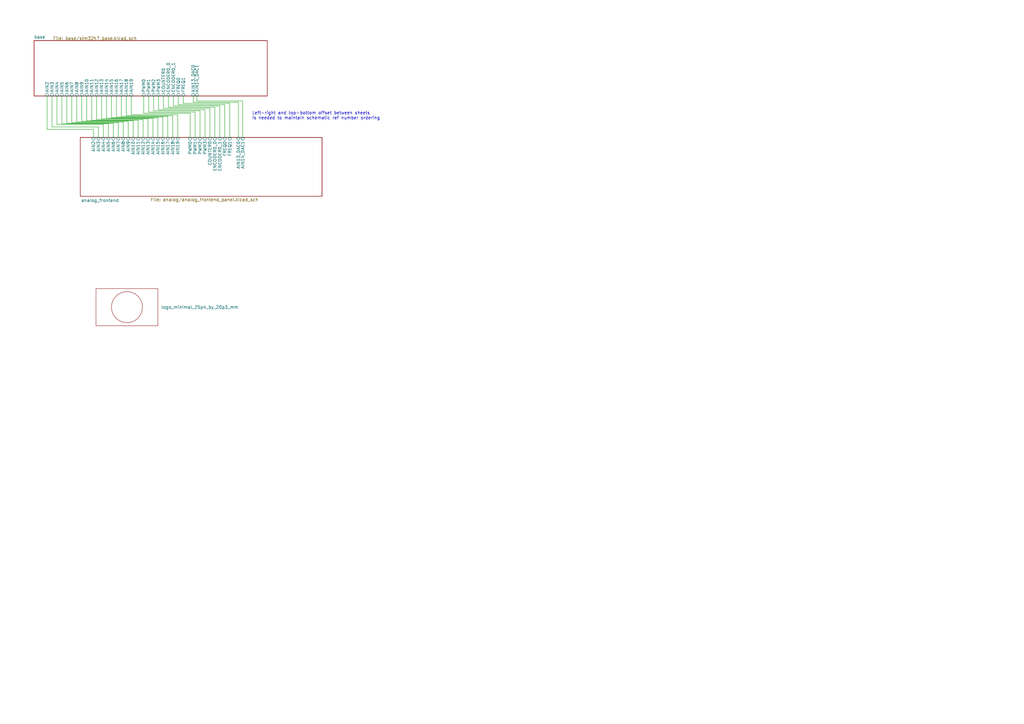
<source format=kicad_sch>
(kicad_sch (version 20231120) (generator "eeschema") (generator_version "8.0")
  (paper "A3")
  (lib_symbols
    (symbol "aaa:logo_minimal_25p4_by_20p3_mm" (pin_numbers hide) (pin_names (offset 0) hide) (in_bom no)
      (property "Value" "logo_minimal_25p4_by_20p3_mm" (at 0 3.81 0))
      (symbol "logo_minimal_25p4_by_20p3_mm_0_1"
        (rectangle (start -12.7 -6.35) (end 12.7 -21.59))
        (circle (center 0 -13.97) (radius 6.35))
      )
    )
  )
  (wire (pts (xy 37.592 49.276) (xy 56.642 49.276)))
  (wire (pts (xy 75.184 42.418) (xy 94.234 42.418)))
  (wire (pts (xy 21.336 52.07) (xy 21.336 39.37)))
  (wire (pts (xy 80.772 41.402) (xy 99.568 41.402)))
  (wire (pts (xy 31.496 39.37) (xy 31.496 50.038)))
  (wire (pts (xy 58.928 46.482) (xy 58.928 39.37)))
  (wire (pts (xy 37.592 39.37) (xy 37.592 49.276)))
  (wire (pts (xy 70.866 47.498) (xy 70.866 56.388)))
  (wire (pts (xy 79.248 39.37) (xy 79.248 41.91)))
  (wire (pts (xy 71.12 39.37) (xy 71.12 43.434)))
  (wire (pts (xy 53.848 46.99) (xy 72.898 46.99)))
  (wire (pts (xy 35.56 39.37) (xy 35.56 49.53)))
  (wire (pts (xy 41.656 39.37) (xy 41.656 48.768)))
  (wire (pts (xy 50.546 50.038) (xy 50.546 56.388)))
  (wire (pts (xy 67.056 44.45) (xy 86.106 44.45)))
  (wire (pts (xy 79.248 41.91) (xy 97.79 41.91)))
  (wire (pts (xy 25.4 50.8) (xy 44.45 50.8)))
  (wire (pts (xy 39.624 39.37) (xy 39.624 49.022)))
  (wire (pts (xy 71.12 43.434) (xy 90.17 43.434)))
  (wire (pts (xy 80.772 39.37) (xy 80.772 41.402)))
  (wire (pts (xy 84.074 56.388) (xy 84.074 44.958)))
  (wire (pts (xy 49.784 39.37) (xy 49.784 47.752)))
  (wire (pts (xy 33.528 49.784) (xy 52.578 49.784)))
  (wire (pts (xy 45.72 39.37) (xy 45.72 48.26)))
  (wire (pts (xy 29.464 50.292) (xy 48.514 50.292)))
  (wire (pts (xy 45.72 48.26) (xy 64.77 48.26)))
  (wire (pts (xy 58.674 49.022) (xy 58.674 56.388)))
  (wire (pts (xy 73.152 42.926) (xy 73.152 39.37)))
  (wire (pts (xy 67.056 39.37) (xy 67.056 44.45)))
  (wire (pts (xy 88.138 56.388) (xy 88.138 43.942)))
  (wire (pts (xy 77.978 56.388) (xy 77.978 46.482)))
  (wire (pts (xy 27.432 50.546) (xy 46.482 50.546)))
  (wire (pts (xy 69.088 43.942) (xy 69.088 39.37)))
  (wire (pts (xy 77.978 46.482) (xy 58.928 46.482)))
  (wire (pts (xy 72.898 46.99) (xy 72.898 56.388)))
  (wire (pts (xy 46.482 50.546) (xy 46.482 56.388)))
  (wire (pts (xy 68.834 47.752) (xy 68.834 56.388)))
  (wire (pts (xy 54.61 49.53) (xy 54.61 56.388)))
  (wire (pts (xy 19.304 53.086) (xy 38.354 53.086)))
  (wire (pts (xy 39.624 49.022) (xy 58.674 49.022)))
  (wire (pts (xy 64.77 48.26) (xy 64.77 56.388)))
  (wire (pts (xy 90.17 43.434) (xy 90.17 56.388)))
  (wire (pts (xy 47.752 48.006) (xy 66.802 48.006)))
  (wire (pts (xy 66.802 48.006) (xy 66.802 56.388)))
  (wire (pts (xy 42.418 51.054) (xy 42.418 56.388)))
  (wire (pts (xy 84.074 44.958) (xy 65.024 44.958)))
  (wire (pts (xy 80.01 45.974) (xy 60.96 45.974)))
  (wire (pts (xy 53.848 39.37) (xy 53.848 46.99)))
  (wire (pts (xy 43.688 48.514) (xy 62.738 48.514)))
  (wire (pts (xy 62.992 45.466) (xy 82.042 45.466)))
  (wire (pts (xy 43.688 39.37) (xy 43.688 48.514)))
  (wire (pts (xy 65.024 44.958) (xy 65.024 39.37)))
  (wire (pts (xy 60.706 48.768) (xy 60.706 56.388)))
  (wire (pts (xy 92.202 42.926) (xy 73.152 42.926)))
  (wire (pts (xy 51.816 47.498) (xy 70.866 47.498)))
  (wire (pts (xy 80.01 56.388) (xy 80.01 45.974)))
  (wire (pts (xy 40.386 52.07) (xy 21.336 52.07)))
  (wire (pts (xy 31.496 50.038) (xy 50.546 50.038)))
  (wire (pts (xy 82.042 45.466) (xy 82.042 56.388)))
  (wire (pts (xy 52.578 49.784) (xy 52.578 56.388)))
  (wire (pts (xy 60.96 45.974) (xy 60.96 39.37)))
  (wire (pts (xy 23.368 39.37) (xy 23.368 51.054)))
  (wire (pts (xy 48.514 50.292) (xy 48.514 56.388)))
  (wire (pts (xy 62.738 48.514) (xy 62.738 56.388)))
  (wire (pts (xy 33.528 39.37) (xy 33.528 49.784)))
  (wire (pts (xy 97.79 41.91) (xy 97.79 56.388)))
  (wire (pts (xy 35.56 49.53) (xy 54.61 49.53)))
  (wire (pts (xy 56.642 49.276) (xy 56.642 56.388)))
  (wire (pts (xy 75.184 39.37) (xy 75.184 42.418)))
  (wire (pts (xy 44.45 50.8) (xy 44.45 56.388)))
  (wire (pts (xy 99.568 41.402) (xy 99.568 56.388)))
  (wire (pts (xy 88.138 43.942) (xy 69.088 43.942)))
  (wire (pts (xy 94.234 42.418) (xy 94.234 56.388)))
  (wire (pts (xy 47.752 39.37) (xy 47.752 48.006)))
  (wire (pts (xy 29.464 39.37) (xy 29.464 50.292)))
  (wire (pts (xy 62.992 39.37) (xy 62.992 45.466)))
  (wire (pts (xy 92.202 56.388) (xy 92.202 42.926)))
  (wire (pts (xy 19.304 39.37) (xy 19.304 53.086)))
  (wire (pts (xy 51.816 39.37) (xy 51.816 47.498)))
  (wire (pts (xy 25.4 39.37) (xy 25.4 50.8)))
  (wire (pts (xy 38.354 53.086) (xy 38.354 56.388)))
  (wire (pts (xy 86.106 44.45) (xy 86.106 56.388)))
  (wire (pts (xy 40.386 56.388) (xy 40.386 52.07)))
  (wire (pts (xy 27.432 39.37) (xy 27.432 50.546)))
  (wire (pts (xy 49.784 47.752) (xy 68.834 47.752)))
  (wire (pts (xy 41.656 48.768) (xy 60.706 48.768)))
  (wire (pts (xy 23.368 51.054) (xy 42.418 51.054)))
  (text "Left-right and top-bottom offset between sheets\nis needed to maintain schematic ref number ordering" (at 103.378 47.498 0) (effects (font (size 1.27 1.27)) (justify left)))
  (symbol (lib_id "aaa:logo_minimal_25p4_by_20p3_mm") (at 52.07 112.014 0) (unit 1) (in_bom no)
    (property "Reference" "-1001" (effects (hide yes)))
    (property "Value" "logo_minimal_25p4_by_20p3_mm" (at 66.04 125.9839 0) (effects (justify left)))
    (property "Footprint" "logo_lib:logo_minimal_12p7_by_10p9_mm" (effects (hide yes)))
  )
  (sheet (at 13.97 16.637) (size 95.631 22.733) (stroke (width 0.1524))
    (property "Sheetname" "base" (at 13.97 15.9254 0) (effects (justify left bottom)))
    (property "Sheetfile" "base/stm32h7_base.kicad_sch" (at 21.717 14.986 0) (effects (justify left top)))
    (pin "AIN7" input (at 29.464 39.37 270))
    (pin "AIN5" input (at 25.4 39.37 270))
    (pin "AIN4" input (at 23.368 39.37 270))
    (pin "AIN3" input (at 21.336 39.37 270))
    (pin "AIN13" input (at 41.656 39.37 270))
    (pin "AIN14" input (at 43.688 39.37 270))
    (pin "AIN15" input (at 45.72 39.37 270))
    (pin "AIN18" input (at 51.816 39.37 270))
    (pin "AIN17" input (at 49.784 39.37 270))
    (pin "AIN11" input (at 37.592 39.37 270))
    (pin "AIN9" input (at 33.528 39.37 270))
    (pin "AIN10" input (at 35.56 39.37 270))
    (pin "AIN12" input (at 39.624 39.37 270))
    (pin "AIN16" input (at 47.752 39.37 270))
    (pin "AIN8" input (at 31.496 39.37 270))
    (pin "AIN6" input (at 27.432 39.37 270))
    (pin "AIN19" input (at 53.848 39.37 270))
    (pin "PWM2" input (at 62.992 39.37 270))
    (pin "PWM0" input (at 58.928 39.37 270))
    (pin "PWM1" input (at 60.96 39.37 270))
    (pin "PWM3" input (at 65.024 39.37 270))
    (pin "ENCODER0_0" input (at 69.088 39.37 270))
    (pin "ENCODER0_1" input (at 71.12 39.37 270))
    (pin "FREQ0" input (at 73.152 39.37 270))
    (pin "COUNTER0" input (at 67.056 39.37 270))
    (pin "FREQ1" input (at 75.184 39.37 270))
    (pin "AIN2" input (at 19.304 39.37 270))
    (pin "AIN13_DAC0" input (at 79.248 39.37 270))
    (pin "AIN14_DAC1" input (at 80.772 39.37 270))
  )
  (sheet (at 32.893 56.388) (size 99.187 24.13) (stroke (width 0.1524))
    (property "Sheetname" "analog_frontend" (at 33.274 82.931 0) (effects (justify left bottom)))
    (property "Sheetfile" "analog/analog_frontend_panel.kicad_sch" (at 61.722 81.153 0) (effects (justify left top)))
    (pin "AIN16" input (at 66.802 56.388 90))
    (pin "AIN14" input (at 62.738 56.388 90))
    (pin "AIN15" input (at 64.77 56.388 90))
    (pin "AIN13" input (at 60.706 56.388 90))
    (pin "AIN6" input (at 46.482 56.388 90))
    (pin "AIN7" input (at 48.514 56.388 90))
    (pin "PWM3" input (at 84.074 56.388 90))
    (pin "PWM2" input (at 82.042 56.388 90))
    (pin "PWM0" input (at 77.978 56.388 90))
    (pin "AIN18" input (at 70.866 56.388 90))
    (pin "PWM1" input (at 80.01 56.388 90))
    (pin "AIN19" input (at 72.898 56.388 90))
    (pin "AIN12" input (at 58.674 56.388 90))
    (pin "AIN17" input (at 68.834 56.388 90))
    (pin "AIN10" input (at 54.61 56.388 90))
    (pin "AIN9" input (at 52.578 56.388 90))
    (pin "AIN3" input (at 40.386 56.388 90))
    (pin "AIN4" input (at 42.418 56.388 90))
    (pin "AIN8" input (at 50.546 56.388 90))
    (pin "AIN11" input (at 56.642 56.388 90))
    (pin "AIN5" input (at 44.45 56.388 90))
    (pin "AIN2" input (at 38.354 56.388 90))
    (pin "FREQ0" input (at 92.202 56.388 90))
    (pin "ENCODER0_0" input (at 88.138 56.388 90))
    (pin "FREQ1" input (at 94.234 56.388 90))
    (pin "ENCODER0_1" input (at 90.17 56.388 90))
    (pin "COUNTER0" input (at 86.106 56.388 90))
    (pin "AIN13_DAC0" input (at 97.79 56.388 90))
    (pin "AIN14_DAC1" input (at 99.568 56.388 90))
  )
)
</source>
